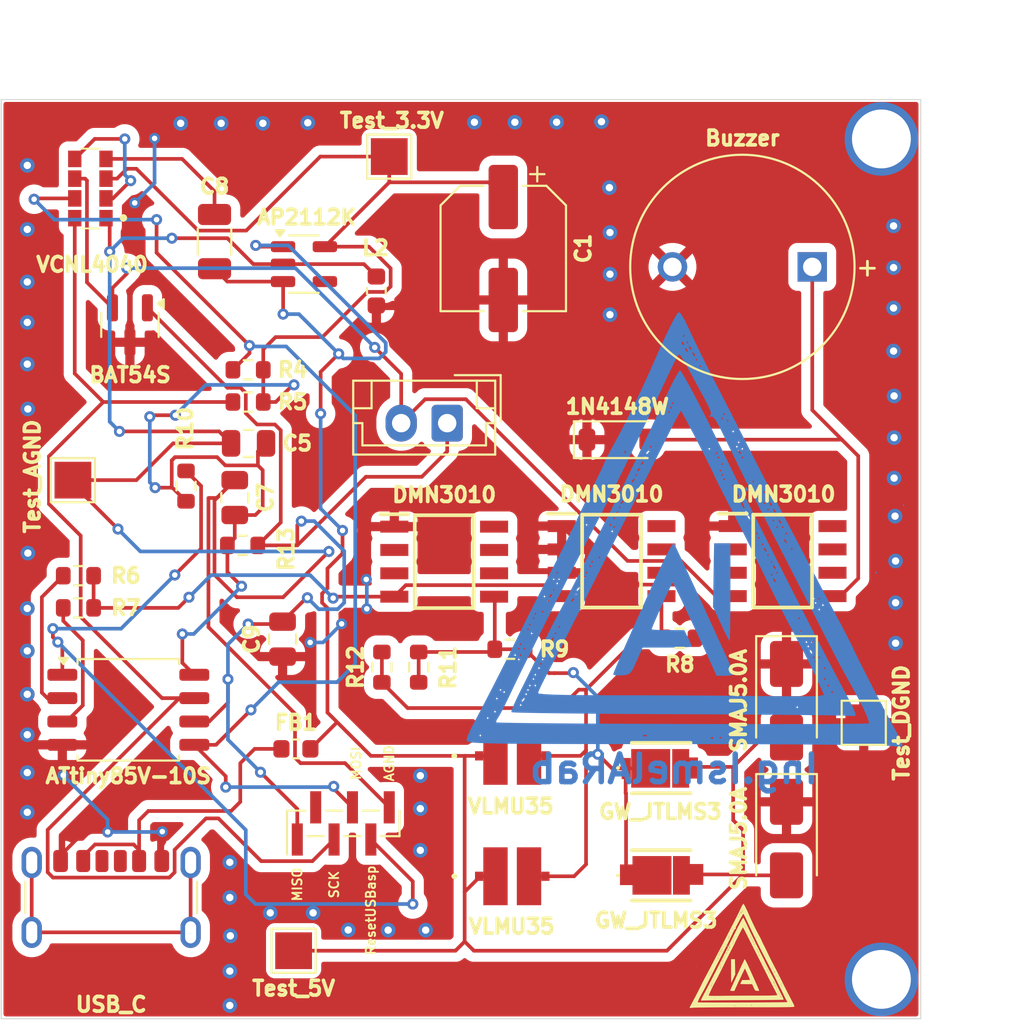
<source format=kicad_pcb>
(kicad_pcb (version 20241229) (generator "pcbnew") (generator_version "9.0")
  (title_block (title "LumiGuard") (date "2025-03-04") (rev "Ing.IsmelArab") (company "InGenia"))
  (layers (0 "F.Cu" signal) (2 "B.Cu" signal) (13 "F.Paste" user) (15 "B.Paste" user) (5 "F.SilkS" user "F.Silkscreen") (7 "B.SilkS" user "B.Silkscreen") (1 "F.Mask" user) (3 "B.Mask" user) (25 "Edge.Cuts" user))
  (net 0 "")
  (net 1 "Buzzer")
  (net 2 "DGND")
  (net 3 "PW3.3V")
  (net 4 "AGND")
  (net 5 "PW5V")
  (net 6 "Net-(IC1-ANODE)")
  (net 7 "Uc(MISO)")
  (net 8 "INT{slash}GMofetBuzzer")
  (net 9 "PW5V_1")
  (net 10 "Uc(SCK(SCKL))")
  (net 11 "Uc(MOSI (SDAT))")
  (net 12 "Net-(IC1-CATHODE_(LED))")
  (net 13 "DLedB")
  (net 14 "DLedUV")
  (net 16 "/Uc")
  (net 29 "Uc(control led blancos)")
  (net 30 "Uc(control led UV)")
  (net 31 "Uc(ResetUSBasp)")
  (net 33 "unconnected-(J2-SHIELD-PadS1)")
  (footprint "Capacitor_SMD:C_0805_2012Metric" (layer "F.Cu") (at 127.4 109.35 -90)
    (property "Reference" "C7")
    (property "Value" "0.1uF" (hide yes))
  )
  (footprint "TestPoint:TestPoint_Pad_2.0x2.0mm" (layer "F.Cu") (at 118.6 108.4 -90)
    (property "Reference" "TP4" (hide yes))
    (property "Value" "Test_AGND")
  )
  (footprint "Resistor_SMD:R_0603_1608Metric" (layer "F.Cu") (at 142.363 117.6 180)
    (property "Reference" "R9")
    (property "Value" "150" (hide yes))
  )
  (footprint "Inductor_SMD:L_0603_1608Metric" (layer "F.Cu") (at 130.7255 123.02)
    (property "Reference" "FB1")
    (property "Value" "2A" (hide yes))
  )
  (footprint "Resistor_SMD:R_0603_1608Metric" (layer "F.Cu") (at 128.125 104.15)
    (property "Reference" "R5")
    (property "Value" "2.2k" (hide yes))
  )
  (footprint "Package_TO_SOT_SMD:SOT-23" (layer "F.Cu") (at 121.7 99.9625 -90)
    (property "Reference" "D2" (hide yes))
    (property "Value" "BAT54S")
  )
  (footprint "Inductor_SMD:L_0603_1608Metric" (layer "F.Cu") (at 135.1 98.1125 -90)
    (property "Reference" "L2")
    (property "Value" "100uH" (hide yes))
  )
  (footprint "Resistor_SMD:R_0603_1608Metric" (layer "F.Cu") (at 127.825 111.95 180)
    (property "Reference" "R13")
    (property "Value" "10k" (hide yes))
  )
  (footprint "Diode_SMD:D_SOD-123" (layer "F.Cu") (at 148.2 106.2)
    (property "Reference" "D1" (hide yes))
    (property "Value" "1N4148W")
  )
  (footprint "Connector_USB:USB_C_Receptacle_GCT_USB4125-xx-x-0190_6P_TopMnt_Horizontal" (layer "F.Cu") (at 120.68 132.2)
    (property "Reference" "J2" (hide yes))
    (property "Value" "USB_C")
  )
  (footprint "Package_SO:SOIC-8_5.3x5.3mm_P1.27mm" (layer "F.Cu") (at 121.6125 120.895)
    (property "Reference" "U3" (hide yes))
    (property "Value" "ATtiny85V-10S")
  )
  (footprint "UV:SOIC127P600X175-8N" (layer "F.Cu") (at 157.188 112.805)
    (property "Reference" "Q3")
    (property "Value" "DMN3010")
  )
  (footprint "UV:GWJTLMS3CMG6G9XX5101" (layer "F.Cu") (at 150.5855 129.9)
    (property "Reference" "LED4")
    (property "Value" "GW_JTLMS3")
  )
  (footprint "Resistor_SMD:R_0603_1608Metric" (layer "F.Cu") (at 118.9 115.35 180)
    (property "Reference" "R7")
    (property "Value" "100" (hide yes))
  )
  (footprint "Imagen:Logo10" (layer "F.Cu") (at 154.993918 134.262088)
    (property "Reference" "G***" (hide yes))
    (property "Value" "LOGO" (hide yes))
  )
  (footprint "Capacitor_SMD:C_1206_3216Metric" (layer "F.Cu") (at 126.3 95.425 -90)
    (property "Reference" "C8")
    (property "Value" "2.2uF" (hide yes))
  )
  (footprint "Resistor_SMD:R_0603_1608Metric" (layer "F.Cu") (at 135.4 118.575 90)
    (property "Reference" "R12")
    (property "Value" "100" (hide yes))
  )
  (footprint "Resistor_SMD:R_0603_1608Metric" (layer "F.Cu") (at 118.9 113.6 180)
    (property "Reference" "R6")
    (property "Value" "100" (hide yes))
  )
  (footprint "Connector_PinHeader_1.00mm:PinHeader_1x06_P1.00mm_Vertical_SMD_Pin1Left" (layer "F.Cu") (at 133.3 127.075 90)
    (property "Reference" "SPI1" (hide yes))
    (property "Value" "TSW-106-08-F-S" (hide yes))
  )
  (footprint "Resistor_SMD:R_0603_1608Metric" (layer "F.Cu") (at 151.6 117 180)
    (property "Reference" "R8")
    (property "Value" "100" (hide yes))
  )
  (footprint "UV:SOIC127P600X175-8N" (layer "F.Cu") (at 138.788 112.835)
    (property "Reference" "Q1")
    (property "Value" "DMN3010")
  )
  (footprint "Diode_SMD:D_SMA" (layer "F.Cu") (at 157.4005 127.9 -90)
    (property "Reference" "D6" (hide yes))
    (property "Value" "SMAJ5.0A")
  )
  (footprint "Connector_JST:JST_EH_B2B-EH-A_1x02_P2.50mm_Vertical" (layer "F.Cu") (at 138.95 105.3 180)
    (property "Reference" "J1" (hide yes))
    (property "Value" "Conn_01x02_Pin" (hide yes))
  )
  (footprint "TestPoint:TestPoint_Pad_2.0x2.0mm" (layer "F.Cu") (at 161.6 121.6 90)
    (property "Reference" "TP3" (hide yes))
    (property "Value" "Test_DGND")
  )
  (footprint "UV:VCNL4040M3OEH3" (layer "F.Cu") (at 119.913 92.538)
    (property "Reference" "IC1" (hide yes))
    (property "Value" "VCNL4040")
  )
  (footprint "UV:VLMU35CL20275120" (layer "F.Cu") (at 142.488 129.95)
    (property "Reference" "LED6")
    (property "Value" "VLMU35")
  )
  (footprint "UV:SOIC127P600X175-8N" (layer "F.Cu") (at 147.888 112.805)
    (property "Reference" "Q2")
    (property "Value" "DMN3010")
  )
  (footprint "UV:GWJTLMS3CMG6G9XX5101" (layer "F.Cu") (at 150.5855 124.06)
    (property "Reference" "LED2")
    (property "Value" "GW_JTLMS3")
  )
  (footprint "Resistor_SMD:R_0603_1608Metric" (layer "F.Cu") (at 137.4 118.575 90)
    (property "Reference" "R11")
    (property "Value" "150" (hide yes))
  )
  (footprint "Capacitor_SMD:C_0805_2012Metric" (layer "F.Cu") (at 130 117.05 90)
    (property "Reference" "C9")
    (property "Value" "0.1uF" (hide yes))
  )
  (footprint "UV:VLMU35CL20275120" (layer "F.Cu") (at 142.488 123.4)
    (property "Reference" "LED3")
    (property "Value" "VLMU35")
  )
  (footprint "Buzzer_Beeper:MagneticBuzzer_ProSignal_ABI-009-RC" (layer "F.Cu") (at 158.8 96.8 180)
    (property "Reference" "BZ1" (hide yes))
    (property "Value" "Buzzer")
  )
  (footprint "TestPoint:TestPoint_Pad_2.0x2.0mm" (layer "F.Cu") (at 135.8 90.8 180)
    (property "Reference" "TP2" (hide yes))
    (property "Value" "Test_3.3V")
  )
  (footprint "Resistor_SMD:R_0603_1608Metric" (layer "F.Cu") (at 128.125 102.4)
    (property "Reference" "R4")
    (property "Value" "2.2k" (hide yes))
  )
  (footprint "TestPoint:TestPoint_Pad_2.0x2.0mm" (layer "F.Cu") (at 130.6 134)
    (property "Reference" "TP1" (hide yes))
    (property "Value" "Test_5V")
  )
  (footprint "Capacitor_SMD:C_0805_2012Metric" (layer "F.Cu") (at 128.15 106.4)
    (property "Reference" "C5")
    (property "Value" "1uF" (hide yes))
  )
  (footprint "Package_TO_SOT_SMD:SOT-23-5" (layer "F.Cu") (at 131.1625 96.65)
    (property "Reference" "U1" (hide yes))
    (property "Value" "AP2112K")
  )
  (footprint "Resistor_SMD:R_0603_1608Metric" (layer "F.Cu") (at 124.75 108.725 -90)
    (property "Reference" "R10")
    (property "Value" "10k" (hide yes))
  )
  (footprint "Capacitor_SMD:CP_Elec_6.3x5.3" (layer "F.Cu") (at 142 95.8 -90)
    (property "Reference" "C1")
    (property "Value" "100uF" (hide yes))
  )
  (footprint "Diode_SMD:D_SMA" (layer "F.Cu") (at 157.4 120.4 -90)
    (property "Reference" "D5" (hide yes))
    (property "Value" "SMAJ5.0A")
  )
  (footprint "Imagen:Logo9" (layer "B.Cu") (at 151.81 111.01 180)
    (property "Reference" "G***" (hide yes))
    (property "Value" "LOGO" (hide yes))
  )
  (gr_line (start 114.7 87.7) (end 114.7 137.7) (stroke (width 0.05)) (layer "Edge.Cuts"))
  (gr_line (start 164.7 87.7) (end 114.7 87.7) (stroke (width 0.05)) (layer "Edge.Cuts"))
  (gr_line (start 114.7 137.7) (end 164.7 137.7) (stroke (width 0.05)) (layer "Edge.Cuts"))
  (gr_line (start 164.7 137.7) (end 164.7 87.7) (stroke (width 0.05)) (layer "Edge.Cuts"))
  (gr_text "Ing.IsmelARab" (at 159.31 125 0) (layer "B.Cu") (effects (font (size 1.5 1.5) (thickness 0.3) (bold yes)) (justify left bottom mirror)))
  (gr_text "ResetUSBasp" (at 134.8 131.8 90) (layer "F.SilkS") (effects (font (size 0.5 0.5) (thickness 0.1) (bold yes))))
  (gr_text "MOSI" (at 134 123.8 90) (layer "F.SilkS") (effects (font (size 0.5 0.5) (thickness 0.1) (bold yes))))
  (gr_text "SCK" (at 132.8 130.4 90) (layer "F.SilkS") (effects (font (size 0.5 0.5) (thickness 0.1) (bold yes))))
  (gr_text "AGND" (at 135.8 123.8 90) (layer "F.SilkS") (effects (font (size 0.5 0.5) (thickness 0.1) (bold yes))))
  (gr_text "MISO" (at 130.8 130.4 90) (layer "F.SilkS") (effects (font (size 0.5 0.5) (thickness 0.1) (bold yes))))
  (segment (start 158.8 104.59) (end 160.41 106.2) (width 0.2) (layer "F.Cu") (net 1))
  (segment (start 158.8 96.8) (end 158.8 104.59) (width 0.2) (layer "F.Cu") (net 1))
  (segment (start 161.3 113.7475) (end 160.3375 114.71) (width 0.2) (layer "F.Cu") (net 1))
  (segment (start 161.3 107.09) (end 161.3 113.7475) (width 0.2) (layer "F.Cu") (net 1))
  (segment (start 160.41 106.2) (end 161.3 107.09) (width 0.2) (layer "F.Cu") (net 1))
  (segment (start 160.3375 114.71) (end 159.9 114.71) (width 0.2) (layer "F.Cu") (net 1))
  (segment (start 149.85 106.2) (end 160.41 106.2) (width 0.2) (layer "F.Cu") (net 1))
  (segment (start 133.21 116.22) (end 133.76 116.22) (width 0.2) (layer "F.Cu") (net 2))
  (segment (start 123.46 129.09) (end 123.43 129.12) (width 0.2) (layer "F.Cu") (net 2))
  (segment (start 133.76 116.22) (end 134.58 115.4) (width 0.2) (layer "F.Cu") (net 2))
  (segment (start 155.9795 118.4) (end 157.4 118.4) (width 0.2) (layer "F.Cu") (net 2))
  (segment (start 134.55 113.8) (end 134.43 113.92) (width 0.2) (layer "F.Cu") (net 2))
  (segment (start 145.176 110.9) (end 148.36 114.084) (width 0.2) (layer "F.Cu") (net 2))
  (segment (start 148.36 114.084) (end 151.6635 114.084) (width 0.2) (layer "F.Cu") (net 2))
  (segment (start 121.97 93.32) (end 121.96 93.32) (width 0.2) (layer "F.Cu") (net 2))
  (segment (start 117.93 128.81) (end 119.2 127.54) (width 0.2) (layer "F.Cu") (net 2))
  (segment (start 123.46 127.52) (end 123.46 129.09) (width 0.2) (layer "F.Cu") (net 2))
  (segment (start 118.07 122.845) (end 118.025 122.8) (width 0.2) (layer "F.Cu") (net 2))
  (segment (start 117.93 129.12) (end 117.93 128.81) (width 0.2) (layer "F.Cu") (net 2))
  (segment (start 118.07 124.45) (end 118.07 122.845) (width 0.2) (layer "F.Cu") (net 2))
  (segment (start 151.6635 114.084) (end 155.9795 118.4) (width 0.2) (layer "F.Cu") (net 2))
  (segment (start 119.2 127.54) (end 120.49 127.54) (width 0.2) (layer "F.Cu") (net 2))
  (via (at 120.49 127.54) (size 0.6) (drill 0.3) (layers "F.Cu" "B.Cu") (net 2))
  (via (at 163.33 117.27) (size 0.8) (drill 0.4) (layers "F.Cu" "B.Cu") (net 2))
  (via (at 127.13 131.11) (size 0.8) (drill 0.4) (layers "F.Cu" "B.Cu") (net 2))
  (via (at 126.66 88.99) (size 0.8) (drill 0.4) (layers "F.Cu" "B.Cu") (net 2))
  (via (at 116.12 115.38) (size 0.8) (drill 0.4) (layers "F.Cu" "B.Cu") (net 2))
  (via (at 116.12 126.47) (size 0.8) (drill 0.4) (layers "F.Cu" "B.Cu") (net 2))
  (via (at 131.37 88.96) (size 0.8) (drill 0.4) (layers "F.Cu" "B.Cu") (net 2))
  (via (at 137.49 126.27) (size 0.8) (drill 0.4) (layers "F.Cu" "B.Cu") (net 2))
  (via (at 163.22 94.57) (size 0.8) (drill 0.4) (layers "F.Cu" "B.Cu") (net 2))
  (via (at 116.12 94.76) (size 0.8) (drill 0.4) (layers "F.Cu" "B.Cu") (net 2))
  (via (at 116.15 112.37) (size 0.8) (drill 0.4) (layers "F.Cu" "B.Cu") (net 2))
  (via (at 127.13 129.19) (size 0.8) (drill 0.4) (layers "F.Cu" "B.Cu") (net 2))
  (via (at 147.8 99.4) (size 0.8) (drill 0.4) (layers "F.Cu" "B.Cu") (net 2))
  (via (at 163.22 99.04) (size 0.8) (drill 0.4) (layers "F.Cu" "B.Cu") (net 2))
  (via (at 131.5 117.23) (size 0.6) (drill 0.3) (layers "F.Cu" "B.Cu") (net 2))
  (via (at 163.33 112.8) (size 0.8) (drill 0.4) (layers "F.Cu" "B.Cu") (net 2))
  (via (at 162.56 135.56) (size 4) (drill 3.2) (layers "F.Cu" "B.Cu") (net 2))
  (via (at 134.55 113.8) (size 0.6) (drill 0.3) (layers "F.Cu" "B.Cu") (net 2))
  (via (at 123.46 127.52) (size 0.6) (drill 0.3) (layers "F.Cu" "B.Cu") (net 2))
  (via (at 163.25 103.82) (size 0.8) (drill 0.4) (layers "F.Cu" "B.Cu") (net 2))
  (via (at 140.43 88.93) (size 0.8) (drill 0.4) (layers "F.Cu" "B.Cu") (net 2))
  (via (at 163.22 96.84) (size 0.8) (drill 0.4) (layers "F.Cu" "B.Cu") (net 2))
  (via (at 133.57 132.87) (size 0.8) (drill 0.4) (layers "F.Cu" "B.Cu") (net 2))
  (via (at 116.12 97.62) (size 0.8) (drill 0.4) (layers "F.Cu" "B.Cu") (net 2))
  (via (at 116.12 122.25) (size 0.8) (drill 0.4) (layers "F.Cu" "B.Cu") (net 2))
  (via (at 147.8 94.93) (size 0.8) (drill 0.4) (layers "F.Cu" "B.Cu") (net 2))
  (via (at 144.9 88.93) (size 0.8) (drill 0.4) (layers "F.Cu" "B.Cu") (net 2))
  (via (at 116.12 91.28) (size 0.8) (drill 0.4) (layers "F.Cu" "B.Cu") (net 2))
  (via (at 134.58 115.4) (size 0.6) (drill 0.3) (layers "F.Cu" "B.Cu") (net 2))
  (via (at 162.56 89.84) (size 4) (drill 3.2) (layers "F.Cu" "B.Cu") (net 2))
  (via (at 137.78 132.88) (size 0.8) (drill 0.4) (layers "F.Cu" "B.Cu") (net 2))
  (via (at 123.04 89.81) (size 0.6) (drill 0.3) (layers "F.Cu" "B.Cu") (net 2))
  (via (at 137.49 128.54) (size 0.8) (drill 0.4) (layers "F.Cu" "B.Cu") (net 2))
  (via (at 147.8 97.2) (size 0.8) (drill 0.4) (layers "F.Cu" "B.Cu") (net 2))
  (via (at 116.12 124.31) (size 0.8) (drill 0.4) (layers "F.Cu" "B.Cu") (net 2))
  (via (at 142.63 88.93) (size 0.8) (drill 0.4) (layers "F.Cu" "B.Cu") (net 2))
  (via (at 127.13 135.11) (size 0.8) (drill 0.4) (layers "F.Cu" "B.Cu") (net 2))
  (via (at 127.16 133.19) (size 0.8) (drill 0.4) (layers "F.Cu" "B.Cu") (net 2))
  (via (at 116.15 104.53) (size 0.8) (drill 0.4) (layers "F.Cu" "B.Cu") (net 2))
  (via (at 128.93 88.99) (size 0.8) (drill 0.4) (layers "F.Cu" "B.Cu") (net 2))
  (via (at 135.74 132.88) (size 0.8) (drill 0.4) (layers "F.Cu" "B.Cu") (net 2))
  (via (at 163.22 101.38) (size 0.8) (drill 0.4) (layers "F.Cu" "B.Cu") (net 2))
  (via (at 131.66 131.94) (size 0.8) (drill 0.4) (layers "F.Cu" "B.Cu") (net 2))
  (via (at 163.25 108.29) (size 0.8) (drill 0.4) (layers "F.Cu" "B.Cu") (net 2))
  (via (at 116.12 120.05) (size 0.8) (drill 0.4) (layers "F.Cu" "B.Cu") (net 2))
  (via (at 137.49 124.48) (size 0.8) (drill 0.4) (layers "F.Cu" "B.Cu") (net 2))
  (via (at 127.13 136.98) (size 0.8) (drill 0.4) (layers "F.Cu" "B.Cu") (net 2))
  (via (at 147.34 88.9) (size 0.8) (drill 0.4) (layers "F.Cu" "B.Cu") (net 2))
  (via (at 163.33 115.07) (size 0.8) (drill 0.4) (layers "F.Cu" "B.Cu") (net 2))
  (via (at 124.46 88.99) (size 0.8) (drill 0.4) (layers "F.Cu" "B.Cu") (net 2))
  (via (at 116.12 102.09) (size 0.8) (drill 0.4) (layers "F.Cu" "B.Cu") (net 2))
  (via (at 133.21 116.22) (size 0.6) (drill 0.3) (layers "F.Cu" "B.Cu") (net 2))
  (via (at 163.25 106.09) (size 0.8) (drill 0.4) (layers "F.Cu" "B.Cu") (net 2))
  (via (at 163.3 110.36) (size 0.8) (drill 0.4) (layers "F.Cu" "B.Cu") (net 2))
  (via (at 116.12 99.82) (size 0.8) (drill 0.4) (layers "F.Cu" "B.Cu") (net 2))
  (via (at 147.77 92.49) (size 0.8) (drill 0.4) (layers "F.Cu" "B.Cu") (net 2))
  (via (at 121.96 93.32) (size 0.6) (drill 0.3) (layers "F.Cu" "B.Cu") (net 2))
  (via (at 118.07 124.45) (size 0.6) (drill 0.3) (layers "F.Cu" "B.Cu") (net 2))
  (via (at 129.33 131.94) (size 0.8) (drill 0.4) (layers "F.Cu" "B.Cu") (net 2))
  (via (at 116.12 117.69) (size 0.8) (drill 0.4) (layers "F.Cu" "B.Cu") (net 2))
  (segment (start 123.44 127.54) (end 123.46 127.52) (width 0.2) (layer "B.Cu") (net 2))
  (segment (start 121.96 93.32) (end 123.04 92.24) (width 0.2) (layer "B.Cu") (net 2))
  (segment (start 134.58 113.83) (end 134.55 113.8) (width 0.2) (layer "B.Cu") (net 2))
  (segment (start 134.58 115.4) (end 134.58 113.83) (width 0.2) (layer "B.Cu") (net 2))
  (segment (start 132.2 117.23) (end 133.21 116.22) (width 0.2) (layer "B.Cu") (net 2))
  (segment (start 123.04 92.24) (end 123.04 89.81) (width 0.2) (layer "B.Cu") (net 2))
  (segment (start 120.49 126.87) (end 118.07 124.45) (width 0.2) (layer "B.Cu") (net 2))
  (segment (start 120.49 127.54) (end 120.49 126.87) (width 0.2) (layer "B.Cu") (net 2))
  (segment (start 131.5 117.23) (end 132.2 117.23) (width 0.2) (layer "B.Cu") (net 2))
  (segment (start 120.49 127.54) (end 123.44 127.54) (width 0.2) (layer "B.Cu") (net 2))
  (segment (start 124.55 118.34) (end 124.55 116.77) (width 0.2) (layer "F.Cu") (net 3))
  (segment (start 124.226 104.926) (end 124.17 104.87) (width 0.2) (layer "F.Cu") (net 3))
  (segment (start 128.95 101.29) (end 128.95 102.4) (width 0.2) (layer "F.Cu") (net 3))
  (segment (start 128.92 107.86) (end 128.92 109.9) (width 0.2) (layer "F.Cu") (net 3))
  (segment (start 124.15 107.15) (end 126.43884 107.15) (width 0.2) (layer "F.Cu") (net 3))
  (segment (start 127.4 111.55) (end 127 111.95) (width 0.2) (layer "F.Cu") (net 3))
  (segment (start 130.62 103.22) (end 130.56 103.22) (width 0.2) (layer "F.Cu") (net 3))
  (segment (start 128.659 106.841) (end 129.1 106.4) (width 0.2) (layer "F.Cu") (net 3))
  (segment (start 128.92 109.9) (end 128.52 110.3) (width 0.2) (layer "F.Cu") (net 3))
  (segment (start 127.77 114.17) (end 127 113.4) (width 0.2) (layer "F.Cu") (net 3))
  (segment (start 121.000057 92) (end 121.536507 91.46355) (width 0.2) (layer "F.Cu") (net 3))
  (segment (start 127 113.4) (end 127 111.95) (width 0.2) (layer "F.Cu") (net 3))
  (segment (start 135.5776 98.1615) (end 134.6224 98.1615) (width 0.2) (layer "F.Cu") (net 3))
  (segment (start 127.4 110.3) (end 127.4 111.55) (width 0.2) (layer "F.Cu") (net 3))
  (segment (start 124.75 109.55) (end 123.974 108.774) (width 0.2) (layer "F.Cu") (net 3))
  (segment (start 126.88784 107.599) (end 128.659 107.599) (width 0.2) (layer "F.Cu") (net 3))
  (segment (start 120.4 92) (end 121.000057 92) (width 0.2) (layer "F.Cu") (net 3))
  (segment (start 134.6224 98.1615) (end 132.1639 100.62) (width 0.2) (layer "F.Cu") (net 3))
  (segment (start 135.876 96.8849) (end 135.876 97.8631) (width 0.2) (layer "F.Cu") (net 3))
  (segment (start 135.8 92.2) (end 135.8 90.8) (width 0.2) (layer "F.Cu") (net 3))
  (segment (start 129.63 104.15) (end 128.95 104.15) (width 0.2) (layer "F.Cu") (net 3))
  (segment (start 126.43884 107.15) (end 126.88784 107.599) (width 0.2) (layer "F.Cu") (net 3))
  (segment (start 128.52 110.3) (end 127.4 110.3) (width 0.2) (layer "F.Cu") (net 3))
  (segment (start 122.05239 91.46355) (end 125.41484 94.826) (width 0.2) (layer "F.Cu") (net 3))
  (segment (start 125.2 118.99) (end 124.55 118.34) (width 0.2) (layer "F.Cu") (net 3))
  (segment (start 132.3 95.7) (end 135.8 92.2) (width 0.2) (layer "F.Cu") (net 3))
  (segment (start 142 93) (end 141.2 92.2) (width 0.2) (layer "F.Cu") (net 3))
  (segment (start 132.05 90.8) (end 135.8 90.8) (width 0.2) (layer "F.Cu") (net 3))
  (segment (start 123.938 108.81) (end 123.974 108.774) (width 0.2) (layer "F.Cu") (net 3))
  (segment (start 125.41484 94.826) (end 128.024 94.826) (width 0.2) (layer "F.Cu") (net 3))
  (segment (start 123.07 108.81) (end 123.938 108.81) (width 0.2) (layer "F.Cu") (net 3))
  (segment (start 128.659 107.599) (end 128.659 106.841) (width 0.2) (layer "F.Cu") (net 3))
  (segment (start 134.6911 95.7) (end 135.876 96.8849) (width 0.2) (layer "F.Cu") (net 3))
  (segment (start 123.974 108.774) (end 123.974 107.326) (width 0.2) (layer "F.Cu") (net 3))
  (segment (start 128.659 107.599) (end 128.92 107.86) (width 0.2) (layer "F.Cu") (net 3))
  (segment (start 128.71116 106.4) (end 129.1 106.4) (width 0.2) (layer "F.Cu") (net 3))
  (segment (start 129.62 100.62) (end 128.95 101.29) (width 0.2) (layer "F.Cu") (net 3))
  (segment (start 128.024 94.826) (end 132.05 90.8) (width 0.2) (layer "F.Cu") (net 3))
  (segment (start 122.86 104.87) (end 122.78 104.95) (width 0.2) (layer "F.Cu") (net 3))
  (segment (start 132.1639 100.62) (end 129.62 100.62) (width 0.2) (layer "F.Cu") (net 3))
  (segment (start 128.95 102.4) (end 128.95 104.15) (width 0.2) (layer "F.Cu") (net 3))
  (segment (start 121.536507 91.46355) (end 122.05239 91.46355) (width 0.2) (layer "F.Cu") (net 3))
  (segment (start 124.17 104.87) (end 122.86 104.87) (width 0.2) (layer "F.Cu") (net 3))
  (segment (start 130.56 103.22) (end 129.63 104.15) (width 0.2) (layer "F.Cu") (net 3))
  (segment (start 141.2 92.2) (end 135.8 92.2) (width 0.2) (layer "F.Cu") (net 3))
  (segment (start 132.3 95.7) (end 134.6911 95.7) (width 0.2) (layer "F.Cu") (net 3))
  (segment (start 123.974 107.326) (end 124.15 107.15) (width 0.2) (layer "F.Cu") (net 3))
  (segment (start 135.876 97.8631) (end 135.5776 98.1615) (width 0.2) (layer "F.Cu") (net 3))
  (via (at 127.77 114.17) (size 0.6) (drill 0.3) (layers "F.Cu" "B.Cu") (net 3))
  (via (at 122.78 104.95) (size 0.6) (drill 0.3) (layers "F.Cu" "B.Cu") (net 3))
  (via (at 130.62 103.22) (size 0.6) (drill 0.3) (layers "F.Cu" "B.Cu") (net 3))
  (via (at 124.17 104.87) (size 0.6) (drill 0.3) (layers "F.Cu" "B.Cu") (net 3))
  (via (at 124.55 116.77) (size 0.6) (drill 0.3) (layers "F.Cu" "B.Cu") (net 3))
  (via (at 123.07 108.81) (size 0.6) (drill 0.3) (layers "F.Cu" "B.Cu") (net 3))
  (segment (start 125.17 116.77) (end 127.77 114.17) (width 0.2) (layer "B.Cu") (net 3))
  (segment (start 122.78 108.52) (end 123.07 108.81) (width 0.2) (layer "B.Cu") (net 3))
  (segment (start 124.55 116.77) (end 125.17 116.77) (width 0.2) (layer "B.Cu") (net 3))
  (segment (start 122.78 104.95) (end 122.78 108.52) (width 0.2) (layer "B.Cu") (net 3))
  (segment (start 125.82 103.22) (end 130.62 103.22) (width 0.2) (layer "B.Cu") (net 3))
  (segment (start 124.17 104.87) (end 125.82 103.22) (width 0.2) (layer "B.Cu") (net 3))
  (segment (start 125.97 109.38) (end 125.98 109.37) (width 0.2) (layer "F.Cu") (net 4))
  (segment (start 135.8 126.2) (end 133.396 123.796) (width 0.2) (layer "F.Cu") (net 4))
  (segment (start 125.98 109.37) (end 126.43 109.37) (width 0.2) (layer "F.Cu") (net 4))
  (segment (start 130.029 114.771) (end 132.52 112.28) (width 0.2) (layer "F.Cu") (net 4))
  (segment (start 126.43 109.37) (end 127.4 108.4) (width 0.2) (layer "F.Cu") (net 4))
  (segment (start 122.05 108.4) (end 124.05 106.4) (width 0.2) (layer "F.Cu") (net 4))
  (segment (start 118.6 108.4) (end 122.05 108.4) (width 0.2) (layer "F.Cu") (net 4))
  (segment (start 126.299 113.548943) (end 127.521057 114.771) (width 0.2) (layer "F.Cu") (net 4))
  (segment (start 133.396 123.796) (end 130.9749 123.796) (width 0.2) (layer "F.Cu") (net 4))
  (segment (start 127.2 106.4) (end 126.55 105.75) (width 0.2) (layer "F.Cu") (net 4))
  (segment (start 126.299 109.501) (end 126.299 113.548943) (width 0.2) (layer "F.Cu") (net 4))
  (segment (start 130.025 96.65) (end 128.4079 96.65) (width 0.2) (layer "F.Cu") (net 4))
  (segment (start 118.6 108.61) (end 118.6 108.4) (width 0.2) (layer "F.Cu") (net 4))
  (segment (start 127.521057 114.771) (end 130.029 114.771) (width 0.2) (layer "F.Cu") (net 4))
  (segment (start 128.4079 96.65) (end 126.9979 95.24) (width 0.2) (layer "F.Cu") (net 4))
  (segment (start 130.025 96.65) (end 134.425 96.65) (width 0.2) (layer "F.Cu") (net 4))
  (segment (start 127.4 108.4) (end 126.299 109.501) (width 0.2) (layer "F.Cu") (net 4))
  (segment (start 134.425 96.65) (end 135.1 97.325) (width 0.2) (layer "F.Cu") (net 4))
  (segment (start 120.6 95.97) (end 120.6 94.35) (width 0.2) (layer "F.Cu") (net 4))
  (segment (start 126.55 105.75) (end 121.13 105.75) (width 0.2) (layer "F.Cu") (net 4))
  (segment (start 130.9749 123.796) (end 130.6765 123.4976) (width 0.2) (layer "F.Cu") (net 4))
  (segment (start 126.9979 95.24) (end 123.98 95.24) (width 0.2) (layer "F.Cu") (net 4))
  (segment (start 121.05 111.06) (end 118.6 108.61) (width 0.2) (layer "F.Cu") (net 4))
  (segment (start 125.97 116.4) (end 125.97 109.38) (width 0.2) (layer "F.Cu") (net 4))
  (segment (start 130.6765 123.4976) (end 130.6765 121.1065) (width 0.2) (layer "F.Cu") (net 4))
  (segment (start 130.6765 121.1065) (end 125.97 116.4) (width 0.2) (layer "F.Cu") (net 4))
  (segment (start 124.05 106.4) (end 127.2 106.4) (width 0.2) (layer "F.Cu") (net 4))
  (via (at 123.98 95.24) (size 0.6) (drill 0.3) (layers "F.Cu" "B.Cu") (net 4))
  (via (at 120.6 95.97) (size 0.6) (drill 0.3) (layers "F.Cu" "B.Cu") (net 4))
  (via (at 132.52 112.28) (size 0.6) (drill 0.3) (layers "F.Cu" "B.Cu") (net 4))
  (via (at 121.13 105.75) (size 0.6) (drill 0.3) (layers "F.Cu" "B.Cu") (net 4))
  (via (at 121.05 111.06) (size 0.6) (drill 0.3) (layers "F.Cu" "B.Cu") (net 4))
  (segment (start 120.6 105.22) (end 120.6 95.97) (width 0.2) (layer "B.Cu") (net 4))
  (segment (start 121.33 95.24) (end 120.6 95.97) (width 0.2) (layer "B.Cu") (net 4))
  (segment (start 132.52 112.28) (end 122.27 112.28) (width 0.2) (layer "B.Cu") (net 4))
  (segment (start 123.98 95.24) (end 121.33 95.24) (width 0.2) (layer "B.Cu") (net 4))
  (segment (start 122.27 112.28) (end 121.05 111.06) (width 0.2) (layer "B.Cu") (net 4))
  (segment (start 121.13 105.75) (end 120.6 105.22) (width 0.2) (layer "B.Cu") (net 4))
  (segment (start 154.95 129.85) (end 152.4955 129.85) (width 0.2) (layer "F.Cu") (net 5))
  (segment (start 139.9 123.4) (end 141.576 123.4) (width 0.2) (layer "F.Cu") (net 5))
  (segment (start 132.933 121.533) (end 132.44 121.04) (width 0.2) (layer "F.Cu") (net 5))
  (segment (start 155 129.9) (end 150.9 134) (width 0.2) (layer "F.Cu") (net 5))
  (segment (start 140.4 134) (end 139.9 133.5) (width 0.2) (layer "F.Cu") (net 5))
  (segment (start 132.149 115.068943) (end 132.149 114.571057) (width 0.2) (layer "F.Cu") (net 5))
  (segment (start 132.07 104.78) (end 132.07 102.51) (width 0.2) (layer "F.Cu") (net 5))
  (segment (start 132.44 121.04) (end 132.44 115.359943) (width 0.2) (layer "F.Cu") (net 5))
  (segment (start 156.1 122.4) (end 154.5 124) (width 0.2) (layer "F.Cu") (net 5))
  (segment (start 139.9 130.8) (end 140.75 129.95) (width 0.2) (layer "F.Cu") (net 5))
  (segment (start 155 129.9) (end 155.04 129.86) (width 0.2) (layer "F.Cu") (net 5))
  (segment (start 132.07 102.51) (end 133.05 101.53) (width 0.2) (layer "F.Cu") (net 5))
  (segment (start 155 129.9) (end 154.95 129.85) (width 0.2) (layer "F.Cu") (net 5))
  (segment (start 157.4005 129.9) (end 155.08 129.9) (width 0.2) (layer "F.Cu") (net 5))
  (segment (start 150.9 134) (end 140.4 134) (width 0.2) (layer "F.Cu") (net 5))
  (segment (start 132.44 115.359943) (end 132.149 115.068943) (width 0.2) (layer "F.Cu") (net 5))
  (segment (start 132.933 121.6) (end 131.513 123.02) (width 0.2) (layer "F.Cu") (net 5))
  (segment (start 155.08 129.9) (end 155.04 129.86) (width 0.2) (layer "F.Cu") (net 5))
  (segment (start 139.4 134) (end 139.9 133.5) (width 0.2) (layer "F.Cu") (net 5))
  (segment (start 155.04 129.86) (end 155.04 127.44) (width 0.2) (layer "F.Cu") (net 5))
  (segment (start 130.03 97.605) (end 130.025 97.6) (width 0.2) (layer "F.Cu") (net 5))
  (segment (start 133 121.6) (end 134.8 123.4) (width 0.2) (layer "F.Cu") (net 5))
  (segment (start 155.04 127.44) (end 154.5 126.9) (width 0.2) (layer "F.Cu") (net 5))
  (segment (start 133 121.6) (end 132.933 121.6) (width 0.2) (layer "F.Cu") (net 5))
  (segment (start 140.75 129.95) (end 141.576 129.95) (width 0.2) (layer "F.Cu") (net 5))
  (segment (start 130.025 95.7) (end 128.61 95.7) (width 0.2) (layer "F.Cu") (net 5))
  (segment (start 132.933 121.6) (end 132.933 121.533) (width 0.2) (layer "F.Cu") (net 5))
  (segment (start 140.6125 130.0875) (end 140.6125 129.95) (width 0.2) (layer "F.Cu") (net 5))
  (segment (start 157.4 122.4) (end 156.1 122.4) (width 0.2) (layer "F.Cu") (net 5))
  (segment (start 128.61 95.7) (end 128.54 95.63) (width 0.2) (layer "F.Cu") (net 5))
  (segment (start 132.44 114.280057) (end 132.44 113.209943) (width 0.2) (layer "F.Cu") (net 5))
  (segment (start 134.8 123.4) (end 139.9 123.4) (width 0.2) (layer "F.Cu") (net 5))
  (segment (start 127 97.6) (end 126.3 96.9) (width 0.2) (layer "F.Cu") (net 5))
  (segment (start 130.025 97.6) (end 127 97.6) (width 0.2) (layer "F.Cu") (net 5))
  (segment (start 130.03 99.37) (end 130.03 97.605) (width 0.2) (layer "F.Cu") (net 5))
  (segment (start 139.9 133.5) (end 139.9 130.8) (width 0.2) (layer "F.Cu") (net 5))
  (segment (start 139.9 130.8) (end 139.9 123.4) (width 0.2) (layer "F.Cu") (net 5))
  (segment (start 152.4065 124) (end 152.4065 124.06) (width 0.2) (layer "F.Cu") (net 5))
  (segment (start 154.5 126.9) (end 154.5 124) (width 0.2) (layer "F.Cu") (net 5))
  (segment (start 133.26 112.389943) (end 133.26 111.14) (width 0.2) (layer "F.Cu") (net 5))
  (segment (start 132.149 114.571057) (end 132.44 114.280057) (width 0.2) (layer "F.Cu") (net 5))
  (segment (start 130.6 134) (end 139.4 134) (width 0.2) (layer "F.Cu") (net 5))
  (segment (start 154.5 124) (end 152.4065 124) (width 0.2) (layer "F.Cu") (net 5))
  (segment (start 132.44 113.209943) (end 133.26 112.389943) (width 0.2) (layer "F.Cu") (net 5))
  (via (at 133.26 111.14) (size 0.6) (drill 0.3) (layers "F.Cu" "B.Cu") (net 5))
  (via (at 128.54 95.63) (size 0.6) (drill 0.3) (layers "F.Cu" "B.Cu") (net 5))
  (via (at 130.03 99.37) (size 0.6) (drill 0.3) (layers "F.Cu" "B.Cu") (net 5))
  (via (at 132.07 104.78) (size 0.6) (drill 0.3) (layers "F.Cu" "B.Cu") (net 5))
  (via (at 133.05 101.53) (size 0.6) (drill 0.3) (layers "F.Cu" "B.Cu") (net 5))
  (segment (start 133.26 111.14) (end 132.07 109.95) (width 0.2) (layer "B.Cu") (net 5))
  (segment (start 132.07 109.95) (end 132.07 104.78) (width 0.2) (layer "B.Cu") (net 5))
  (segment (start 133.301 101.781) (end 133.05 101.53) (width 0.2) (layer "B.Cu") (net 5))
  (segment (start 135.258943 101.781) (end 133.301 101.781) (width 0.2) (layer "B.Cu") (net 5))
  (segment (start 135.611 101.428943) (end 135.258943 101.781) (width 0.2) (layer "B.Cu") (net 5))
  (segment (start 135.611 100.931057) (end 135.611 101.428943) (width 0.2) (layer "B.Cu") (net 5))
  (segment (start 133.05 101.53) (end 130.89 99.37) (width 0.2) (layer "B.Cu") (net 5))
  (segment (start 128.54 95.63) (end 130.309943 95.63) (width 0.2) (layer "B.Cu") (net 5))
  (segment (start 130.309943 95.63) (end 135.611 100.931057) (width 0.2) (layer "B.Cu") (net 5))
  (segment (start 130.89 99.37) (end 130.03 99.37) (width 0.2) (layer "B.Cu") (net 5))
  (segment (start 126.3 92.69) (end 126.3 93.95) (width 0.2) (layer "F.Cu") (net 6))
  (segment (start 124.536 90.926) (end 126.3 92.69) (width 0.2) (layer "F.Cu") (net 6))
  (segment (start 120.4 90.926) (end 124.536 90.926) (width 0.2) (layer "F.Cu") (net 6))
  (segment (start 130.8 127.95) (end 130.8 126.29) (width 0.2) (layer "F.Cu") (net 7))
  (segment (start 130.8 110.85) (end 131.02 110.63) (width 0.2) (layer "F.Cu") (net 7))
  (segment (start 130.8 126.29) (end 128.8 124.29) (width 0.2) (layer "F.Cu") (net 7))
  (segment (start 128.001 104.76016) (end 128.61484 105.374) (width 0.2) (layer "F.Cu") (net 7))
  (segment (start 138.95 106.84) (end 138.95 105.3) (width 0.2) (layer "F.Cu") (net 7))
  (segment (start 126.999 103.374) (end 127.713064 103.374) (width 0.2) (layer "F.Cu") (net 7))
  (segment (start 128.61484 105.374) (end 129.58516 105.374) (width 0.2) (layer "F.Cu") (net 7))
  (segment (start 137.57 108.22) (end 138.95 106.84) (width 0.2) (layer "F.Cu") (net 7))
  (segment (start 129.58516 105.374) (end 129.901 105.68984) (width 0.2) (layer "F.Cu") (net 7))
  (segment (start 126.012499 121.53) (end 127.03 120.512499) (width 0.2) (layer "F.Cu") (net 7))
  (segment (start 128.65 111.95) (end 130.8 111.95) (width 0.2) (layer "F.Cu") (net 7))
  (segment (start 130.8 111.95) (end 134.53 108.22) (width 0.2) (layer "F.Cu") (net 7))
  (segment (start 131.3 114.8) (end 130 116.1) (width 0.2) (layer "F.Cu") (net 7))
  (segment (start 127.03 120.512499) (end 127.03 119.23) (width 0.2) (layer "F.Cu") (net 7))
  (segment (start 131.35 114.8) (end 131.3 114.8) (width 0.2) (layer "F.Cu") (net 7))
  (segment (start 125.2 121.53) (end 126.012499 121.53) (width 0.2) (layer "F.Cu") (net 7))
  (segment (start 129.901 105.68984) (end 129.901 110.699) (width 0.2) (layer "F.Cu") (net 7))
  (segment (start 128.13 116.23) (end 129.87 116.23) (width 0.2) (layer "F.Cu") (net 7))
  (segment (start 129.87 116.23) (end 130 116.1) (width 0.2) (layer "F.Cu") (net 7))
  (segment (start 122.65 99.025) (end 126.999 103.374) (width 0.2) (layer "F.Cu") (net 7))
  (segment (start 134.53 108.22) (end 137.57 108.22) (width 0.2) (layer "F.Cu") (net 7))
  (segment (start 129.901 110.699) (end 128.65 111.95) (width 0.2) (layer "F.Cu") (net 7))
  (segment (start 127.713064 103.374) (end 128.001 103.661936) (width 0.2) (layer "F.Cu") (net 7))
  (segment (start 130.8 111.95) (end 130.8 110.85) (width 0.2) (layer "F.Cu") (net 7))
  (segment (start 128.001 103.661936) (end 128.001 104.76016) (width 0.2) (layer "F.Cu") (net 7))
  (via (at 128.8 124.29) (size 0.6) (drill 0.3) (layers "F.Cu" "B.Cu") (net 7))
  (via (at 128.13 116.23) (size 0.6) (drill 0.3) (layers "F.Cu" "B.Cu") (net 7))
  (via (at 131.02 110.63) (size 0.6) (drill 0.3) (layers "F.Cu" "B.Cu") (net 7))
  (via (at 127.03 119.23) (size 0.6) (drill 0.3) (layers "F.Cu" "B.Cu") (net 7))
  (via (at 131.35 114.8) (size 0.6) (drill 0.3) (layers "F.Cu" "B.Cu") (net 7))
  (segment (start 132.998943 115.421) (end 131.971 115.421) (width 0.2) (layer "B.Cu") (net 7))
  (segment (start 128.8 124.29) (end 127.03 122.52) (width 0.2) (layer "B.Cu") (net 7))
  (segment (start 133.351 115.068943) (end 132.998943 115.421) (width 0.2) (layer "B.Cu") (net 7))
  (segment (start 127.03 117.33) (end 128.13 116.23) (width 0.2) (layer "B.Cu") (net 7))
  (segment (start 127.03 122.52) (end 127.03 119.23) (width 0.2) (layer "B.Cu") (net 7))
  (segment (start 131.02 110.63) (end 131.719943 110.63) (width 0.2) (layer "B.Cu") (net 7))
  (segment (start 133.351 112.261057) (end 133.351 115.068943) (width 0.2) (layer "B.Cu") (net 7))
  (segment (start 131.971 115.421) (end 131.35 114.8) (width 0.2) (layer "B.Cu") (net 7))
  (segment (start 127.03 119.23) (end 127.03 117.33) (width 0.2) (layer "B.Cu") (net 7))
  (segment (start 131.719943 110.63) (end 133.351 112.261057) (width 0.2) (layer "B.Cu") (net 7))
  (segment (start 137.751 103.999) (end 136.45 105.3) (width 0.2) (layer "F.Cu") (net 8))
  (segment (start 136.45 102.62) (end 135.01 101.18) (width 0.2) (layer "F.Cu") (net 8))
  (segment (start 120.75 97.95) (end 120.75 99.025) (width 0.2) (layer "F.Cu") (net 8))
  (segment (start 139.9645 103.999) (end 137.751 103.999) (width 0.2) (layer "F.Cu") (net 8))
  (segment (start 119.3635 97.6385) (end 119.3635 92.101) (width 0.2) (layer "F.Cu") (net 8))
  (segment (start 119.3635 92.101) (end 119.2625 92) (width 0.2) (layer "F.Cu") (net 8))
  (segment (start 154.476 114.71) (end 153.5775 114.71) (width 0.2) (layer "F.Cu") (net 8))
  (segment (start 121.53 96.87) (end 121.53 97.17) (width 0.2) (layer "F.Cu") (net 8))
  (segment (start 121.53 97.17) (end 120.75 97.95) (width 0.2) (layer "F.Cu") (net 8))
  (segment (start 151.6635 112.796) (end 148.7615 112.796) (width 0.2) (layer "F.Cu") (net 8))
  (segment (start 136.45 105.3) (end 136.45 102.62) (width 0.2) (layer "F.Cu") (net 8))
  (segment (start 119.2625 92) (end 118.7 92) (width 0.2) (layer "F.Cu") (net 8))
  (segment (start 148.7615 112.796) (end 139.9645 103.999) (width 0.2) (layer "F.Cu") (net 8))
  (segment (start 120.75 99.025) (end 119.3635 97.6385) (width 0.2) (layer "F.Cu") (net 8))
  (segment (start 153.5775 114.71) (end 151.6635 112.796) (width 0.2) (layer "F.Cu") (net 8))
  (via (at 121.53 96.87) (size 0.6) (drill 0.3) (layers "F.Cu" "B.Cu") (net 8))
  (via (at 135.01 101.18) (size 0.6) (drill 0.3) (layers "F.Cu" "B.Cu") (net 8))
  (segment (start 135.01 101.18) (end 130.7 96.87) (width 0.2) (layer "B.Cu") (net 8))
  (segment (start 130.7 96.87) (end 121.53 96.87) (width 0.2) (layer "B.Cu") (net 8))
  (segment (start 127.7 123.8) (end 128.48 123.02) (width 0.2) (layer "F.Cu") (net 9))
  (segment (start 122.2 129.12) (end 122.2 126.9) (width 0.2) (layer "F.Cu") (net 9))
  (segment (start 127.7 125.9) (end 127.7 123.8) (width 0.2) (layer "F.Cu") (net 9))
  (segment (start 122.7 126.4) (end 127.2 126.4) (width 0.2) (layer "F.Cu") (net 9))
  (segment (start 121.899 128.219) (end 119.802986 128.219) (width 0.2) (layer "F.Cu") (net 9))
  (segment (start 127.2 126.4) (end 127.7 125.9) (width 0.2) (layer "F.Cu") (net 9))
  (segment (start 119.802986 128.219) (end 119.16 128.861986) (width 0.2) (layer "F.Cu") (net 9))
  (segment (start 122.2 129.12) (end 122.2 128.52) (width 0.2) (layer "F.Cu") (net 9))
  (segment (start 119.16 128.861986) (end 119.16 129.12) (width 0.2) (layer "F.Cu") (net 9))
  (segment (start 122.2 128.52) (end 121.899 128.219) (width 0.2) (layer "F.Cu") (net 9))
  (segment (start 122.2 126.9) (end 122.7 126.4) (width 0.2) (layer "F.Cu") (net 9))
  (segment (start 128.48 123.02) (end 129.938 123.02) (width 0.2) (layer "F.Cu") (net 9))
  (segment (start 124.131 128.506936) (end 124.131 129.733064) (width 0.2) (layer "F.Cu") (net 10))
  (segment (start 120.248 104.15) (end 127.3 104.15) (width 0.2) (layer "F.Cu") (net 10))
  (segment (start 117.299 107.099) (end 120.248 104.15) (width 0.2) (layer "F.Cu") (net 10))
  (segment (start 123.843064 130.021) (end 117.516936 130.021) (width 0.2) (layer "F.Cu") (net 10))
  (segment (start 118.7 102.602) (end 120.248 104.15) (width 0.2) (layer "F.Cu") (net 10))
  (segment (start 124.131 129.733064) (end 123.843064 130.021) (width 0.2) (layer "F.Cu") (net 10))
  (segment (start 128.836 129.126) (end 126.511 126.801) (width 0.2) (layer "F.Cu") (net 10))
  (segment (start 126.511 126.801) (end 125.836936 126.801) (width 0.2) (layer "F.Cu") (net 10))
  (segment (start 117.299 109.701) (end 117.299 107.099) (width 0.2) (layer "F.Cu") (net 10))
  (segment (start 131.624 129.126) (end 128.836 129.126) (width 0.2) (layer "F.Cu") (net 10))
  (segment (start 117.229 129.733064) (end 117.229 127.418501) (width 0.2) (layer "F.Cu") (net 10))
  (segment (start 117.229 127.418501) (end 124.387501 120.26) (width 0.2) (layer "F.Cu") (net 10))
  (segment (start 119.024 111.426) (end 117.299 109.701) (width 0.2) (layer "F.Cu") (net 10))
  (segment (start 125.836936 126.801) (end 124.131 128.506936) (width 0.2) (layer "F.Cu") (net 10))
  (segment (start 132.8 127.95) (end 131.624 129.126) (width 0.2) (layer "F.Cu") (net 10))
  (segment (start 125.2 120.26) (end 123.445936 120.26) (width 0.2) (layer "F.Cu") (net 10))
  (segment (start 119.024 115.838064) (end 119.024 111.426) (width 0.2) (layer "F.Cu") (net 10))
  (segment (start 118.7 94.15) (end 118.7 102.602) (width 0.2) (layer "F.Cu") (net 10))
  (segment (start 117.516936 130.021) (end 117.229 129.733064) (width 0.2) (layer "F.Cu") (net 10))
  (segment (start 123.445936 120.26) (end 119.024 115.838064) (width 0.2) (layer "F.Cu") (net 10))
  (segment (start 124.387501 120.26) (end 125.2 120.26) (width 0.2) (layer "F.Cu") (net 10))
  (segment (start 125.2 122.8) (end 126.38 122.8) (width 0.2) (layer "F.Cu") (net 11))
  (segment (start 132.78 125.06) (end 132.78 125.18) (width 0.2) (layer "F.Cu") (net 11))
  (segment (start 126.91 124.51) (end 126.91 125.1) (width 0.2) (layer "F.Cu") (net 11))
  (segment (start 116.49 93.12) (end 116.535 93.075) (width 0.2) (layer "F.Cu") (net 11))
  (segment (start 116.535 93.075) (end 118.7 93.075) (width 0.2) (layer "F.Cu") (net 11))
  (segment (start 125.2 122.8) (end 126.91 124.51) (width 0.2) (layer "F.Cu") (net 11))
  (segment (start 132.78 125.18) (end 133.8 126.2) (width 0.2) (layer "F.Cu") (net 11))
  (segment (start 126.38 122.8) (end 128.28 120.9) (width 0.2) (layer "F.Cu") (net 11))
  (segment (start 128.2 101.08) (end 128.2 101.5) (width 0.2) (layer "F.Cu") (net 11))
  (segment (start 128.2 101.08) (end 123.15 96.03) (width 0.2) (layer "F.Cu") (net 11))
  (segment (start 123.15 96.03) (end 123.15 94.23) (width 0.2) (layer "F.Cu") (net 11))
  (segment (start 128.2 101.5) (end 127.3 102.4) (width 0.2) (layer "F.Cu") (net 11))
  (via (at 123.15 94.23) (size 0.6) (drill 0.3) (layers "F.Cu" "B.Cu") (net 11))
  (via (at 126.91 125.1) (size 0.6) (drill 0.3) (layers "F.Cu" "B.Cu") (net 11))
  (via (at 128.28 120.9) (size 0.6) (drill 0.3) (layers "F.Cu" "B.Cu") (net 11))
  (via (at 132.78 125.06) (size 0.6) (drill 0.3) (layers "F.Cu" "B.Cu") (net 11))
  (via (at 116.49 93.12) (size 0.6) (drill 0.3) (layers "F.Cu" "B.Cu") (net 11))
  (via (at 128.2 101.08) (size 0.6) (drill 0.3) (layers "F.Cu" "B.Cu") (net 11))
  (segment (start 128.28 120.9) (end 129.79 119.39) (width 0.2) (layer "B.Cu") (net 11))
  (segment (start 133.95 118.25) (end 133.95 104.88) (width 0.2) (layer "B.Cu") (net 11))
  (segment (start 133.95 118.4) (end 133.95 118.25) (width 0.2) (layer "B.Cu") (net 11))
  (segment (start 133.95 104.88) (end 130.2 101.13) (width 0.2) (layer "B.Cu") (net 11))
  (segment (start 129.79 119.39) (end 132.96 119.39) (width 0.2) (layer "B.Cu") (net 11))
  (segment (start 117.6 94.23) (end 116.49 93.12) (width 0.2) (layer "B.Cu") (net 11))
  (segment (start 123.15 94.23) (end 117.6 94.23) (width 0.2) (layer "B.Cu") (net 11))
  (segment (start 128.25 101.13) (end 128.2 101.08) (width 0.2) (layer "B.Cu") (net 11))
  (segment (start 132.74 125.1) (end 132.78 125.06) (width 0.2) (layer "B.Cu") (net 11))
  (segment (start 126.91 125.1) (end 132.74 125.1) (width 0.2) (layer "B.Cu") (net 11))
  (segment (start 130.2 101.13) (end 128.25 101.13) (width 0.2) (layer "B.Cu") (net 11))
  (segment (start 132.96 119.39) (end 133.95 118.4) (width 0.2) (layer "B.Cu") (net 11))
  (segment (start 119.786 89.84) (end 121.42 89.84) (width 0.2) (layer "F.Cu") (net 12))
  (segment (start 118.7 90.926) (end 119.786 89.84) (width 0.2) (layer "F.Cu") (net 12))
  (segment (start 121.74 92.11) (end 120.775 93.075) (width 0.2) (layer "F.Cu") (net 12))
  (segment (start 120.775 93.075) (end 120.4 93.075) (width 0.2) (layer "F.Cu") (net 12))
  (via (at 121.74 92.11) (size 0.6) (drill 0.3) (layers "F.Cu" "B.Cu") (net 12))
  (via (at 121.42 89.84) (size 0.6) (drill 0.3) (layers "F.Cu" "B.Cu") (net 12))
  (segment (start 121.42 91.79) (end 121.74 92.11) (width 0.2) (layer "B.Cu") (net 12))
  (segment (start 121.42 89.84) (end 121.42 91.79) (width 0.2) (layer "B.Cu") (net 12))
  (segment (start 141.538 114.778) (end 141.5 114.74) (width 0.2) (layer "F.Cu") (net 13))
  (segment (start 141.538 117.6) (end 141.538 114.778) (width 0.2) (layer "F.Cu") (net 13))
  (segment (start 148.6545 125.431) (end 148.6545 124.09) (width 0.2) (layer "F.Cu") (net 13))
  (segment (start 144.78 118.9) (end 145.78 118.9) (width 0.2) (layer "F.Cu") (net 13))
  (segment (start 145.78 118.9) (end 145.81 118.87) (width 0.2) (layer "F.Cu") (net 13))
  (segment (start 148.6755 125.431) (end 148.6545 125.431) (width 0.2) (layer "F.Cu") (net 13))
  (segment (start 147.14 123.31) (end 147.91 124.08) (width 0.2) (layer "F.Cu") (net 13))
  (segment (start 144.488 118.9) (end 144.78 118.9) (width 0.2) (layer "F.Cu") (net 13))
  (segment (start 137.4 119.4) (end 137.4 117.75) (width 0.2) (layer "F.Cu") (net 13))
  (segment (start 143.188 117.6) (end 144.488 118.9) (width 0.2) (layer "F.Cu") (net 13))
  (segment (start 137.4 117.75) (end 141.388 117.75) (width 0.2) (layer "F.Cu") (net 13))
  (segment (start 141.538 117.6) (end 143.188 117.6) (width 0.2) (layer "F.Cu") (net 13))
  (segment (start 148.6755 129.86) (end 148.6755 125.431) (width 0.2) (layer "F.Cu") (net 13))
  (segment (start 141.388 117.75) (end 141.538 117.6) (width 0.2) (layer "F.Cu") (net 13))
  (segment (start 147.91 124.08) (end 150.0155 124.08) (width 0.2) (layer "F.Cu") (net 13))
  (via (at 147.14 123.31) (size 0.6) (drill 0.3) (layers "F.Cu" "B.Cu") (net 13))
  (via (at 145.81 118.87) (size 0.6) (drill 0.3) (layers "F.Cu" "B.Cu") (net 13))
  (segment (start 145.81 118.87) (end 147.14 120.2) (width 0.2) (layer "B.Cu") (net 13))
  (segment (start 147.14 120.2) (end 147.14 123.31) (width 0.2) (layer "B.Cu") (net 13))
  (segment (start 146.5 123.1) (end 146.5 129.3) (width 0.2) (layer "F.Cu") (net 14))
  (segment (start 150.6 114.71) (end 150.6 116.825) (width 0.2) (layer "F.Cu") (net 14))
  (segment (start 149.3 117) (end 146.5 119.8) (width 0.2) (layer "F.Cu") (net 14))
  (segment (start 146.5 129.3) (end 145.85 129.95) (width 0.2) (layer "F.Cu") (net 14))
  (segment (start 146.5 119.9) (end 146.5 123.1) (width 0.2) (layer "F.Cu") (net 14))
  (segment (start 150.775 117) (end 149.3 117) (width 0.2) (layer "F.Cu") (net 14))
  (segment (start 146.5 119.8) (end 146.1 119.8) (width 0.2) (layer "F.Cu") (net 14))
  (segment (start 145.85 129.95) (end 144.3635 129.95) (width 0.2) (layer "F.Cu") (net 14))
  (segment (start 146.5 123.1) (end 146.2 123.4) (width 0.2) (layer "F.Cu") (net 14))
  (segment (start 150.6 116.825) (end 150.775 117) (width 0.2) (layer "F.Cu") (net 14))
  (segment (start 144.288 129.95) (end 143.4 129.95) (width 0.2) (layer "F.Cu") (net 14))
  (segment (start 146.2 123.4) (end 143.4 123.4) (width 0.2) (layer "F.Cu") (net 14))
  (segment (start 152.425 117) (end 150.775 117) (width 0.2) (layer "F.Cu") (net 14))
  (segment (start 146.1 119.8) (end 145.1 120.8) (width 0.2) (layer "F.Cu") (net 14))
  (segment (start 146.5 119.8) (end 146.5 119.9) (width 0.2) (layer "F.Cu") (net 14))
  (segment (start 135.4 117.75) (end 135.4 119.4) (width 0.2) (layer "F.Cu") (net 14))
  (segment (start 136.8 120.8) (end 135.4 119.4) (width 0.2) (layer "F.Cu") (net 14))
  (segment (start 145.1 120.8) (end 136.8 120.8) (width 0.2) (layer "F.Cu") (net 14))
  (segment (start 132.75 114.82) (end 132.83 114.74) (width 0.2) (layer "F.Cu") (net 16))
  (segment (start 144.58 114.114) (end 145.176 114.71) (width 0.2) (layer "F.Cu") (net 16))
  (segment (start 132.83 114.74) (end 136.076 114.74) (width 0.2) (layer "F.Cu") (net 16))
  (segment (start 136.702 114.114) (end 144.58 114.114) (width 0.2) (layer "F.Cu") (net 16))
  (segment (start 119.725 115.35) (end 124.33 115.35) (width 0.2) (layer "F.Cu") (net 16))
  (segment (start 136.076 114.74) (end 136.702 114.114) (width 0.2) (layer "F.Cu") (net 16))
  (segment (start 124.33 115.35) (end 124.91 114.77) (width 0.2) (layer "F.Cu") (net 16))
  (segment (start 119.725 113.6) (end 119.725 115.35) (width 0.2) (layer "F.Cu") (net 16))
  (via (at 132.75 114.82) (size 0.6) (drill 0.3) (layers "F.Cu" "B.Cu") (net 16))
  (via (at 124.91 114.77) (size 0.6) (drill 0.3) (layers "F.Cu" "B.Cu") (net 16))
  (segment (start 126.111 113.569) (end 131.499 113.569) (width 0.2) (layer "B.Cu") (net 16))
  (segment (start 124.91 114.77) (end 126.111 113.569) (width 0.2) (layer "B.Cu") (net 16))
  (segment (start 131.499 113.569) (end 132.75 114.82) (width 0.2) (layer "B.Cu") (net 16))
  (segment (start 116.9115 114.7635) (end 118.075 113.6) (width 0.2) (layer "F.Cu") (net 29))
  (segment (start 117.212501 120.26) (end 116.9115 119.958999) (width 0.2) (layer "F.Cu") (net 29))
  (segment (start 116.9115 119.958999) (end 116.9115 114.7635) (width 0.2) (layer "F.Cu") (net 29))
  (segment (start 118.025 120.26) (end 117.212501 120.26) (width 0.2) (layer "F.Cu") (net 29))
  (segment (start 119.1385 117.1185) (end 118.075 116.055) (width 0.2) (layer "F.Cu") (net 30))
  (segment (start 118.025 121.53) (end 118.26 121.53) (width 0.2) (layer "F.Cu") (net 30))
  (segment (start 119.1385 120.6515) (end 119.1385 117.1185) (width 0.2) (layer "F.Cu") (net 30))
  (segment (start 118.26 121.53) (end 119.1385 120.6515) (width 0.2) (layer "F.Cu") (net 30))
  (segment (start 118.075 116.055) (end 118.075 115.35) (width 0.2) (layer "F.Cu") (net 30))
  (segment (start 137.08 130.23) (end 134.8 127.95) (width 0.2) (layer "F.Cu") (net 31))
  (segment (start 124.75 107.9) (end 125.569 108.719) (width 0.2) (layer "F.Cu") (net 31))
  (segment (start 137.08 131.46) (end 137.08 130.23) (width 0.2) (layer "F.Cu") (net 31))
  (segment (start 118.025 117.455) (end 117.78 117.21) (width 0.2) (layer "F.Cu") (net 31))
  (segment (start 117.5115 116.9415) (end 117.78 117.21) (width 0.2) (layer "F.Cu") (net 31))
  (segment (start 118.025 118.99) (end 118.025 117.455) (width 0.2) (layer "F.Cu") (net 31))
  (segment (start 117.5115 116.48) (end 117.5115 116.9415) (width 0.2) (layer "F.Cu") (net 31))
  (segment (start 125.569 112.131) (end 124.14 113.56) (width 0.2) (layer "F.Cu") (net 31))
  (segment (start 125.569 108.719) (end 125.569 112.131) (width 0.2) (layer "F.Cu") (net 31))
  (via (at 137.08 131.46) (size 0.6) (drill 0.3) (layers "F.Cu" "B.Cu") (net 31))
  (via (at 117.78 117.21) (size 0.6) (drill 0.3) (layers "F.Cu" "B.Cu") (net 31))
  (via (at 117.5115 116.48) (size 0.6) (drill 0.3) (layers "F.Cu" "B.Cu") (net 31))
  (via (at 124.14 113.56) (size 0.6) (drill 0.3) (layers "F.Cu" "B.Cu") (net 31))
  (segment (start 121.22 116.48) (end 117.5115 116.48) (width 0.2) (layer "B.Cu") (net 31))
  (segment (start 128 130.93) (end 128.53 131.46) (width 0.2) (layer "B.Cu") (net 31))
  (segment (start 128 127.43) (end 128 130.93) (width 0.2) (layer "B.Cu") (net 31))
  (segment (start 128.53 131.46) (end 137.08 131.46) (width 0.2) (layer "B.Cu") (net 31))
  (segment (start 124.14 113.56) (end 121.22 116.48) (width 0.2) (layer "B.Cu") (net 31))
  (segment (start 117.78 117.21) (end 128 127.43) (width 0.2) (layer "B.Cu") (net 31))
  (segment (start 125.04 132.96) (end 125 133) (width 0.2) (layer "F.Cu") (net 33))
  (segment (start 116.36 133) (end 116.36 129.2) (width 0.2) (layer "F.Cu") (net 33))
  (segment (start 125 129.2) (end 125 133) (width 0.2) (layer "F.Cu") (net 33))
  (segment (start 125 133) (end 116.36 133) (width 0.2) (layer "F.Cu") (net 33))
  (zone (net 2) (net_name "DGND") (layer "F.Cu") (priority 1) (connect_pads (clearance 0.5)) (min_thickness 0.25) (fill yes (thermal_gap 0.5) (thermal_bridge_width 0.5))
    (polygon (pts (xy 114.7 87.7) (xy 164.7 87.7) (xy 164.7 137.7) (xy 114.7 137.7)))
  )
)
</source>
